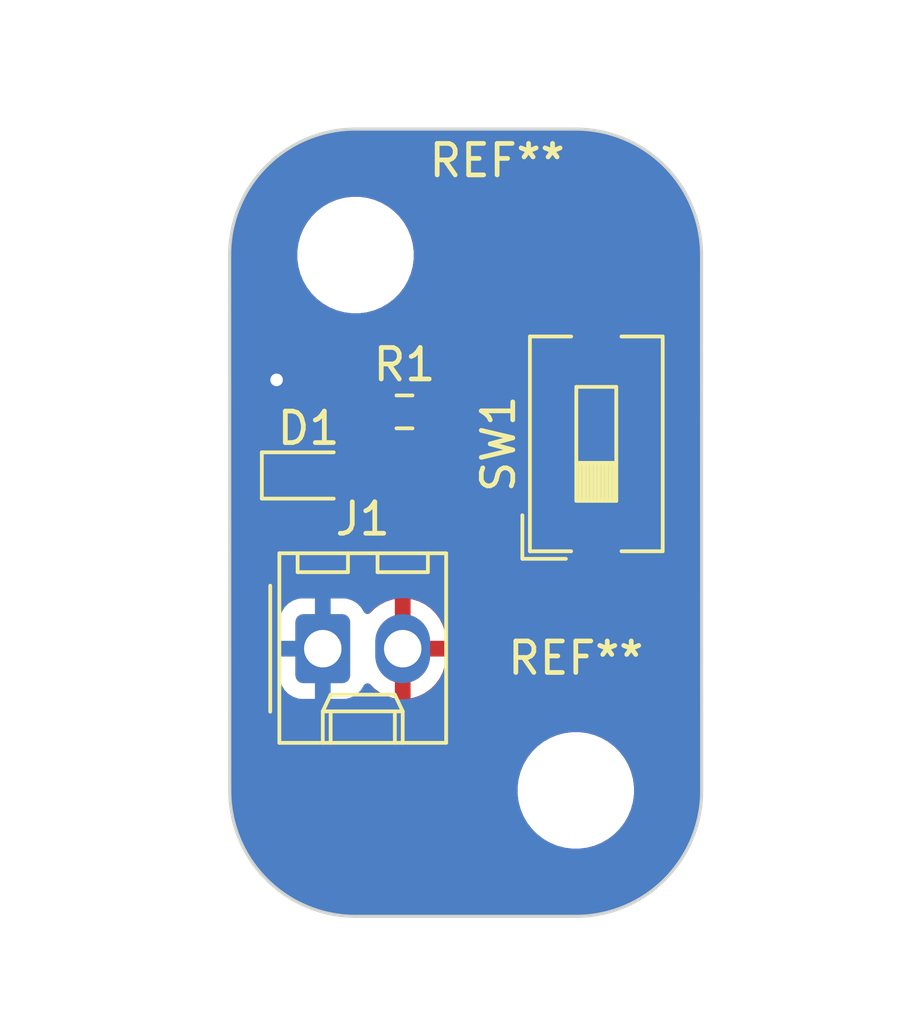
<source format=kicad_pcb>
(kicad_pcb (version 20240108) (generator "pcbnew") (generator_version "8.0")
  (title_block (title "Basic_Light_Project") (date "2022-08-16") (rev "1.0") (company "Illini Solar Car") (comment 1 "Eric Wang"))
  (layers (0 "F.Cu" signal) (31 "B.Cu" signal) (34 "B.Paste" user) (35 "F.Paste" user) (36 "B.SilkS" user "B.Silkscreen") (37 "F.SilkS" user "F.Silkscreen") (38 "B.Mask" user) (39 "F.Mask" user) (44 "Edge.Cuts" user))
  (net 0 "")
  (net 1 "Net-(D1-A)")
  (net 2 "GND")
  (net 3 "+3V3")
  (net 4 "Net-(R1-Pad1)")
  (footprint "Connector_Molex:Molex_KK-254_AE-6410-02A_1x02_P2.54mm_Vertical" (layer "F.Cu") (at 127.96 101.5)
    (property "Reference" "J1" (at 1.27 -4.12 0) (layer "F.SilkS"))
    (property "Value" "Conn_01x02")
    (fp_line (start -1.67 -2) (end -1.67 2) (stroke (width 0.12)) (layer "F.SilkS"))
    (fp_line (start -1.38 -3.03) (end -1.38 2.99) (stroke (width 0.12)) (layer "F.SilkS"))
    (fp_line (start -1.38 2.99) (end 3.92 2.99) (stroke (width 0.12)) (layer "F.SilkS"))
    (fp_line (start -0.8 -3.03) (end -0.8 -2.43) (stroke (width 0.12)) (layer "F.SilkS"))
    (fp_line (start -0.8 -2.43) (end 0.8 -2.43) (stroke (width 0.12)) (layer "F.SilkS"))
    (fp_line (start 0 1.99) (end 0.25 1.46) (stroke (width 0.12)) (layer "F.SilkS"))
    (fp_line (start 0 1.99) (end 2.54 1.99) (stroke (width 0.12)) (layer "F.SilkS"))
    (fp_line (start 0 2.99) (end 0 1.99) (stroke (width 0.12)) (layer "F.SilkS"))
    (fp_line (start 0.25 1.46) (end 2.29 1.46) (stroke (width 0.12)) (layer "F.SilkS"))
    (fp_line (start 0.25 2.99) (end 0.25 1.99) (stroke (width 0.12)) (layer "F.SilkS"))
    (fp_line (start 0.8 -2.43) (end 0.8 -3.03) (stroke (width 0.12)) (layer "F.SilkS"))
    (fp_line (start 1.74 -3.03) (end 1.74 -2.43) (stroke (width 0.12)) (layer "F.SilkS"))
    (fp_line (start 1.74 -2.43) (end 3.34 -2.43) (stroke (width 0.12)) (layer "F.SilkS"))
    (fp_line (start 2.29 1.46) (end 2.54 1.99) (stroke (width 0.12)) (layer "F.SilkS"))
    (fp_line (start 2.29 2.99) (end 2.29 1.99) (stroke (width 0.12)) (layer "F.SilkS"))
    (fp_line (start 2.54 1.99) (end 2.54 2.99) (stroke (width 0.12)) (layer "F.SilkS"))
    (fp_line (start 3.34 -2.43) (end 3.34 -3.03) (stroke (width 0.12)) (layer "F.SilkS"))
    (fp_line (start 3.92 -3.03) (end -1.38 -3.03) (stroke (width 0.12)) (layer "F.SilkS"))
    (fp_line (start 3.92 2.99) (end 3.92 -3.03) (stroke (width 0.12)) (layer "F.SilkS"))
    (pad "1" thru_hole roundrect (at 0 0) (size 1.74 2.19) (drill 1.19) (layers "*.Cu" "*.Mask") (roundrect_rratio 0.143678) (net 2 "GND"))
    (pad "2" thru_hole oval (at 2.54 0) (size 1.74 2.19) (drill 1.19) (layers "*.Cu" "*.Mask") (net 3 "+3V3"))
  )
  (footprint "MountingHole:MountingHole_3.2mm_M3" (layer "F.Cu") (at 129 89)
    (property "Reference" "REF**" (at 4.5 -3 0) (layer "F.SilkS"))
    (property "Value" "MountingHole_3.2mm_M3")
    (pad "" np_thru_hole circle (at 0 0) (size 3.2 3.2) (drill 3.2) (layers "*.Cu" "*.Mask"))
  )
  (footprint "LED_SMD:LED_0603_1608Metric" (layer "F.Cu") (at 127.508 96)
    (property "Reference" "D1" (at 0 -1.5 0) (layer "F.SilkS"))
    (property "Value" "LED_RED")
    (fp_line (start -1.485 -0.735) (end -1.485 0.735) (stroke (width 0.12)) (layer "F.SilkS"))
    (fp_line (start -1.485 0.735) (end 0.8 0.735) (stroke (width 0.12)) (layer "F.SilkS"))
    (fp_line (start 0.8 -0.735) (end -1.485 -0.735) (stroke (width 0.12)) (layer "F.SilkS"))
    (pad "1" smd roundrect (at -0.7875 0) (size 0.875 0.95) (layers "F.Cu" "F.Paste" "F.Mask") (net 2 "GND"))
    (pad "2" smd roundrect (at 0.7875 0) (size 0.875 0.95) (layers "F.Cu" "F.Paste" "F.Mask") (net 1 "Net-(D1-A)"))
  )
  (footprint "Resistor_SMD:R_0603_1608Metric_Pad0.98x0.95mm_HandSolder" (layer "F.Cu") (at 130.556 93.98 180)
    (property "Reference" "R1" (at 0 1.5 0) (layer "F.SilkS"))
    (property "Value" "105")
    (fp_line (start -0.254724 0.5225) (end 0.254724 0.5225) (stroke (width 0.12)) (layer "F.SilkS"))
    (fp_line (start -0.254724 -0.5225) (end 0.254724 -0.5225) (stroke (width 0.12)) (layer "F.SilkS"))
    (pad "1" smd roundrect (at -0.9125 0 180) (size 0.975 0.95) (layers "F.Cu" "F.Paste" "F.Mask") (net 4 "Net-(R1-Pad1)"))
    (pad "2" smd roundrect (at 0.9125 0 180) (size 0.975 0.95) (layers "F.Cu" "F.Paste" "F.Mask") (net 1 "Net-(D1-A)"))
  )
  (footprint "Button_Switch_SMD:SW_DIP_SPSTx01_Slide_6.7x4.1mm_W8.61mm_P2.54mm_LowProfile" (layer "F.Cu") (at 136.652 94.996 90)
    (property "Reference" "SW1" (at 0 -3.11 90) (layer "F.SilkS"))
    (property "Value" "SW_Push")
    (fp_line (start -3.65 -2.35) (end -2.267 -2.35) (stroke (width 0.12)) (layer "F.SilkS"))
    (fp_line (start -3.65 -2.35) (end -3.65 -0.967) (stroke (width 0.12)) (layer "F.SilkS"))
    (fp_line (start 3.41 -2.11) (end 3.41 -0.8) (stroke (width 0.12)) (layer "F.SilkS"))
    (fp_line (start -3.41 -2.11) (end 3.41 -2.11) (stroke (width 0.12)) (layer "F.SilkS"))
    (fp_line (start -3.41 -2.11) (end -3.41 -0.8) (stroke (width 0.12)) (layer "F.SilkS"))
    (fp_line (start 1.81 -0.635) (end -1.81 -0.635) (stroke (width 0.12)) (layer "F.SilkS"))
    (fp_line (start -0.603333 -0.635) (end -0.603333 0.635) (stroke (width 0.12)) (layer "F.SilkS"))
    (fp_line (start -1.81 -0.635) (end -1.81 0.635) (stroke (width 0.12)) (layer "F.SilkS"))
    (fp_line (start -1.81 -0.515) (end -0.603333 -0.515) (stroke (width 0.12)) (layer "F.SilkS"))
    (fp_line (start -1.81 -0.395) (end -0.603333 -0.395) (stroke (width 0.12)) (layer "F.SilkS"))
    (fp_line (start -1.81 -0.275) (end -0.603333 -0.275) (stroke (width 0.12)) (layer "F.SilkS"))
    (fp_line (start -1.81 -0.155) (end -0.603333 -0.155) (stroke (width 0.12)) (layer "F.SilkS"))
    (fp_line (start -1.81 -0.035) (end -0.603333 -0.035) (stroke (width 0.12)) (layer "F.SilkS"))
    (fp_line (start -1.81 0.085) (end -0.603333 0.085) (stroke (width 0.12)) (layer "F.SilkS"))
    (fp_line (start -1.81 0.205) (end -0.603333 0.205) (stroke (width 0.12)) (layer "F.SilkS"))
    (fp_line (start -1.81 0.325) (end -0.603333 0.325) (stroke (width 0.12)) (layer "F.SilkS"))
    (fp_line (start -1.81 0.445) (end -0.603333 0.445) (stroke (width 0.12)) (layer "F.SilkS"))
    (fp_line (start -1.81 0.565) (end -0.603333 0.565) (stroke (width 0.12)) (layer "F.SilkS"))
    (fp_line (start 1.81 0.635) (end 1.81 -0.635) (stroke (width 0.12)) (layer "F.SilkS"))
    (fp_line (start -1.81 0.635) (end 1.81 0.635) (stroke (width 0.12)) (layer "F.SilkS"))
    (fp_line (start 3.41 0.8) (end 3.41 2.11) (stroke (width 0.12)) (layer "F.SilkS"))
    (fp_line (start -3.41 0.8) (end -3.41 2.11) (stroke (width 0.12)) (layer "F.SilkS"))
    (fp_line (start -3.41 2.11) (end 3.41 2.11) (stroke (width 0.12)) (layer "F.SilkS"))
    (pad "1" smd rect (at -4.305 0 90) (size 2.44 1.12) (layers "F.Cu" "F.Paste" "F.Mask") (net 3 "+3V3"))
    (pad "2" smd rect (at 4.305 0 90) (size 2.44 1.12) (layers "F.Cu" "F.Paste" "F.Mask") (net 4 "Net-(R1-Pad1)"))
  )
  (footprint "MountingHole:MountingHole_3.2mm_M3" (layer "F.Cu") (at 136 106)
    (property "Reference" "REF**" (at 0 -4.2 0) (layer "F.SilkS"))
    (property "Value" "MountingHole_3.2mm_M3")
    (pad "" np_thru_hole circle (at 0 0) (size 3.2 3.2) (drill 3.2) (layers "*.Cu" "*.Mask"))
  )
  (gr_line (start 139.996573 89) (end 140 106) (stroke (width 0.1)) (layer "Edge.Cuts"))
  (gr_arc (start 135.996573 85) (mid 138.825 86.171573) (end 139.996573 89) (stroke (width 0.1)) (layer "Edge.Cuts"))
  (gr_line (start 129.003427 110) (end 136 110) (stroke (width 0.1)) (layer "Edge.Cuts"))
  (gr_arc (start 140 106) (mid 138.828427 108.828427) (end 136 110) (stroke (width 0.1)) (layer "Edge.Cuts"))
  (gr_line (start 129 85) (end 135.996573 85) (stroke (width 0.1)) (layer "Edge.Cuts"))
  (gr_arc (start 125 89) (mid 126.171573 86.171573) (end 129 85) (stroke (width 0.1)) (layer "Edge.Cuts"))
  (gr_arc (start 129.003427 110) (mid 126.175 108.828427) (end 125.003427 106) (stroke (width 0.1)) (layer "Edge.Cuts"))
  (gr_line (start 125.003427 106) (end 125 89) (stroke (width 0.1)) (layer "Edge.Cuts"))
  (segment (start 129.6435 93.98) (end 129.6435 94.652) (width 0.25) (layer "F.Cu") (net 1))
  (segment (start 129.6435 94.652) (end 128.2955 96) (width 0.25) (layer "F.Cu") (net 1))
  (segment (start 126.492 94.488) (end 126.492 92.964) (width 0.25) (layer "F.Cu") (net 2))
  (segment (start 126.7205 96) (end 126.7205 94.7165) (width 0.25) (layer "F.Cu") (net 2))
  (segment (start 126.7205 94.7165) (end 126.492 94.488) (width 0.25) (layer "F.Cu") (net 2))
  (via (at 126.492 92.964) (size 0.8) (drill 0.4) (layers "F.Cu" "B.Cu") (net 2))
  (segment (start 134.9485 90.5) (end 131.4685 93.98) (width 0.25) (layer "F.Cu") (net 4))
  (segment (start 136.5 90.5) (end 134.9485 90.5) (width 0.25) (layer "F.Cu") (net 4))
  (zone (net 3) (net_name "+3V3") (layer "F.Cu") (connect_pads (clearance 0.508)) (min_thickness 0.25) (fill yes (thermal_gap 0.5) (thermal_bridge_width 0.5) (island_removal_mode 1) (island_area_min 10))
    (polygon (pts (xy 124.968 84.836) (xy 124.968 110.236) (xy 140.208 110.236) (xy 140.208 84.836)))
  )
  (zone (net 2) (net_name "GND") (layer "B.Cu") (priority 1) (connect_pads (clearance 0.508)) (min_thickness 0.25) (fill yes (thermal_gap 0.5) (thermal_bridge_width 0.5))
    (polygon (pts (xy 124.968 84.836) (xy 124.968 110.236) (xy 140.208 110.236) (xy 140.208 84.836)))
  )
)
</source>
